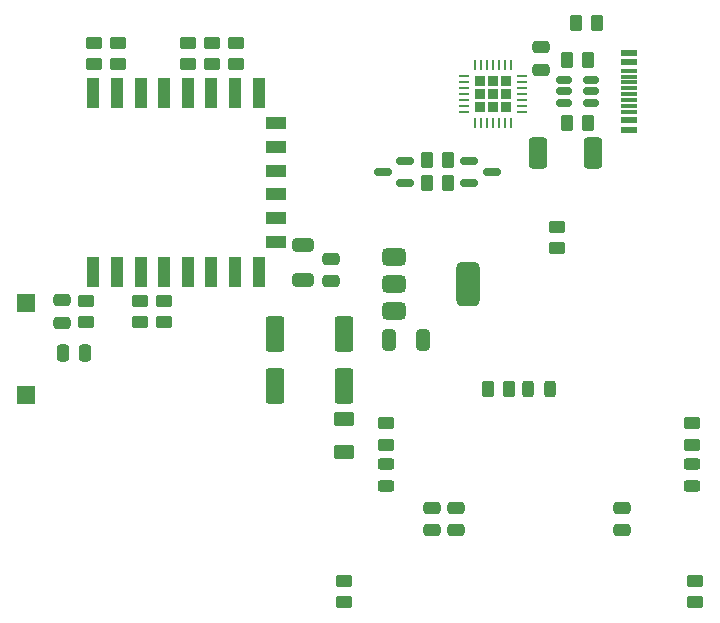
<source format=gtp>
G04 #@! TF.GenerationSoftware,KiCad,Pcbnew,8.0.7*
G04 #@! TF.CreationDate,2025-01-28T00:38:19+01:00*
G04 #@! TF.ProjectId,CustomTemperatureController,43757374-6f6d-4546-956d-706572617475,rev?*
G04 #@! TF.SameCoordinates,Original*
G04 #@! TF.FileFunction,Paste,Top*
G04 #@! TF.FilePolarity,Positive*
%FSLAX46Y46*%
G04 Gerber Fmt 4.6, Leading zero omitted, Abs format (unit mm)*
G04 Created by KiCad (PCBNEW 8.0.7) date 2025-01-28 00:38:19*
%MOMM*%
%LPD*%
G01*
G04 APERTURE LIST*
G04 Aperture macros list*
%AMRoundRect*
0 Rectangle with rounded corners*
0 $1 Rounding radius*
0 $2 $3 $4 $5 $6 $7 $8 $9 X,Y pos of 4 corners*
0 Add a 4 corners polygon primitive as box body*
4,1,4,$2,$3,$4,$5,$6,$7,$8,$9,$2,$3,0*
0 Add four circle primitives for the rounded corners*
1,1,$1+$1,$2,$3*
1,1,$1+$1,$4,$5*
1,1,$1+$1,$6,$7*
1,1,$1+$1,$8,$9*
0 Add four rect primitives between the rounded corners*
20,1,$1+$1,$2,$3,$4,$5,0*
20,1,$1+$1,$4,$5,$6,$7,0*
20,1,$1+$1,$6,$7,$8,$9,0*
20,1,$1+$1,$8,$9,$2,$3,0*%
G04 Aperture macros list end*
%ADD10RoundRect,0.250000X0.550000X-1.250000X0.550000X1.250000X-0.550000X1.250000X-0.550000X-1.250000X0*%
%ADD11RoundRect,0.250000X0.262500X0.450000X-0.262500X0.450000X-0.262500X-0.450000X0.262500X-0.450000X0*%
%ADD12RoundRect,0.250000X0.450000X-0.262500X0.450000X0.262500X-0.450000X0.262500X-0.450000X-0.262500X0*%
%ADD13RoundRect,0.250000X0.475000X-0.250000X0.475000X0.250000X-0.475000X0.250000X-0.475000X-0.250000X0*%
%ADD14RoundRect,0.150000X-0.587500X-0.150000X0.587500X-0.150000X0.587500X0.150000X-0.587500X0.150000X0*%
%ADD15RoundRect,0.250000X0.250000X0.475000X-0.250000X0.475000X-0.250000X-0.475000X0.250000X-0.475000X0*%
%ADD16RoundRect,0.250000X-0.262500X-0.450000X0.262500X-0.450000X0.262500X0.450000X-0.262500X0.450000X0*%
%ADD17RoundRect,0.225000X0.225000X0.225000X-0.225000X0.225000X-0.225000X-0.225000X0.225000X-0.225000X0*%
%ADD18RoundRect,0.062500X0.337500X0.062500X-0.337500X0.062500X-0.337500X-0.062500X0.337500X-0.062500X0*%
%ADD19RoundRect,0.062500X0.062500X0.337500X-0.062500X0.337500X-0.062500X-0.337500X0.062500X-0.337500X0*%
%ADD20RoundRect,0.250000X-0.475000X0.250000X-0.475000X-0.250000X0.475000X-0.250000X0.475000X0.250000X0*%
%ADD21RoundRect,0.243750X-0.243750X-0.456250X0.243750X-0.456250X0.243750X0.456250X-0.243750X0.456250X0*%
%ADD22RoundRect,0.243750X0.456250X-0.243750X0.456250X0.243750X-0.456250X0.243750X-0.456250X-0.243750X0*%
%ADD23RoundRect,0.250000X-0.325000X-0.650000X0.325000X-0.650000X0.325000X0.650000X-0.325000X0.650000X0*%
%ADD24R,1.500000X1.500000*%
%ADD25RoundRect,0.250000X-0.450000X0.262500X-0.450000X-0.262500X0.450000X-0.262500X0.450000X0.262500X0*%
%ADD26RoundRect,0.150000X-0.512500X-0.150000X0.512500X-0.150000X0.512500X0.150000X-0.512500X0.150000X0*%
%ADD27R,1.000000X2.500000*%
%ADD28R,1.800000X1.000000*%
%ADD29RoundRect,0.249999X-0.512501X-1.075001X0.512501X-1.075001X0.512501X1.075001X-0.512501X1.075001X0*%
%ADD30RoundRect,0.150000X0.587500X0.150000X-0.587500X0.150000X-0.587500X-0.150000X0.587500X-0.150000X0*%
%ADD31R,1.450000X0.600000*%
%ADD32R,1.450000X0.300000*%
%ADD33RoundRect,0.250000X0.650000X-0.325000X0.650000X0.325000X-0.650000X0.325000X-0.650000X-0.325000X0*%
%ADD34RoundRect,0.250000X0.625000X-0.375000X0.625000X0.375000X-0.625000X0.375000X-0.625000X-0.375000X0*%
%ADD35RoundRect,0.375000X-0.625000X-0.375000X0.625000X-0.375000X0.625000X0.375000X-0.625000X0.375000X0*%
%ADD36RoundRect,0.500000X-0.500000X-1.400000X0.500000X-1.400000X0.500000X1.400000X-0.500000X1.400000X0*%
G04 APERTURE END LIST*
D10*
X103124000Y-93767000D03*
X103124000Y-89367000D03*
D11*
X129645300Y-66110500D03*
X127820300Y-66110500D03*
D12*
X127000000Y-82066500D03*
X127000000Y-80241500D03*
D13*
X132496000Y-105974000D03*
X132496000Y-104074000D03*
D12*
X112544000Y-98702500D03*
X112544000Y-96877500D03*
D14*
X119586600Y-74676000D03*
X119586600Y-76576000D03*
X121461600Y-75626000D03*
D15*
X87061000Y-90987500D03*
X85161000Y-90987500D03*
D16*
X121133500Y-93980000D03*
X122958500Y-93980000D03*
X128587500Y-63000000D03*
X130412500Y-63000000D03*
D17*
X122703800Y-70142500D03*
X122703800Y-69022500D03*
X122703800Y-67902500D03*
X121583800Y-70142500D03*
X121583800Y-69022500D03*
X121583800Y-67902500D03*
X120463800Y-70142500D03*
X120463800Y-69022500D03*
X120463800Y-67902500D03*
D18*
X124033800Y-70522500D03*
X124033800Y-70022500D03*
X124033800Y-69522500D03*
X124033800Y-69022500D03*
X124033800Y-68522500D03*
X124033800Y-68022500D03*
X124033800Y-67522500D03*
D19*
X123083800Y-66572500D03*
X122583800Y-66572500D03*
X122083800Y-66572500D03*
X121583800Y-66572500D03*
X121083800Y-66572500D03*
X120583800Y-66572500D03*
X120083800Y-66572500D03*
D18*
X119133800Y-67522500D03*
X119133800Y-68022500D03*
X119133800Y-68522500D03*
X119133800Y-69022500D03*
X119133800Y-69522500D03*
X119133800Y-70022500D03*
X119133800Y-70522500D03*
D19*
X120083800Y-71472500D03*
X120583800Y-71472500D03*
X121083800Y-71472500D03*
X121583800Y-71472500D03*
X122083800Y-71472500D03*
X122583800Y-71472500D03*
X123083800Y-71472500D03*
D20*
X116432000Y-104074000D03*
X116432000Y-105974000D03*
D21*
X124538500Y-93980000D03*
X126413500Y-93980000D03*
D12*
X138430000Y-98702500D03*
X138430000Y-96877500D03*
X138684000Y-112037500D03*
X138684000Y-110212500D03*
D22*
X112544000Y-102211500D03*
X112544000Y-100336500D03*
D23*
X112748400Y-89865200D03*
X115698400Y-89865200D03*
D20*
X85095000Y-86481500D03*
X85095000Y-88381500D03*
D12*
X108966000Y-112037500D03*
X108966000Y-110212500D03*
D22*
X138430000Y-102211500D03*
X138430000Y-100336500D03*
D24*
X82047000Y-86706500D03*
X82047000Y-94506500D03*
D25*
X93731000Y-86519000D03*
X93731000Y-88344000D03*
D13*
X107833000Y-84863000D03*
X107833000Y-82963000D03*
D25*
X91699000Y-86519000D03*
X91699000Y-88344000D03*
D12*
X97795000Y-66500000D03*
X97795000Y-64675000D03*
D10*
X108966000Y-89367000D03*
X108966000Y-93767000D03*
D26*
X127595300Y-67842500D03*
X127595300Y-68792500D03*
X127595300Y-69742500D03*
X129870300Y-69742500D03*
X129870300Y-68792500D03*
X129870300Y-67842500D03*
D16*
X115964800Y-74609800D03*
X117789800Y-74609800D03*
D12*
X99827000Y-66500000D03*
X99827000Y-64675000D03*
D20*
X118464000Y-104074000D03*
X118464000Y-105974000D03*
D11*
X129645300Y-71459500D03*
X127820300Y-71459500D03*
X117789800Y-76591000D03*
X115964800Y-76591000D03*
D27*
X87749000Y-84109500D03*
X89749000Y-84109500D03*
X91749000Y-84109500D03*
X93749000Y-84109500D03*
X95749000Y-84109500D03*
X97749000Y-84109500D03*
X99749000Y-84109500D03*
X101749000Y-84109500D03*
D28*
X103249000Y-81509500D03*
X103249000Y-79509500D03*
X103249000Y-77509500D03*
X103249000Y-75509500D03*
X103249000Y-73509500D03*
X103249000Y-71509500D03*
D27*
X101749000Y-68909500D03*
X99749000Y-68909500D03*
X97749000Y-68909500D03*
X95749000Y-68909500D03*
X93749000Y-68909500D03*
X91749000Y-68909500D03*
X89749000Y-68909500D03*
X87749000Y-68909500D03*
D29*
X125379300Y-74039500D03*
X130054300Y-74039500D03*
D30*
X114174100Y-76576000D03*
X114174100Y-74676000D03*
X112299100Y-75626000D03*
D25*
X87762000Y-64675000D03*
X87762000Y-66500000D03*
D31*
X133136800Y-72042500D03*
X133136800Y-71242500D03*
D32*
X133136800Y-70042500D03*
X133136800Y-69042500D03*
X133136800Y-68542500D03*
X133136800Y-67542500D03*
D31*
X133136800Y-66342500D03*
X133136800Y-65542500D03*
X133136800Y-65542500D03*
X133136800Y-66342500D03*
D32*
X133136800Y-67042500D03*
X133136800Y-68042500D03*
X133136800Y-69542500D03*
X133136800Y-70542500D03*
D31*
X133136800Y-71242500D03*
X133136800Y-72042500D03*
D33*
X105537000Y-84787000D03*
X105537000Y-81837000D03*
D34*
X108966000Y-99317000D03*
X108966000Y-96517000D03*
D25*
X89794000Y-64675000D03*
X89794000Y-66500000D03*
X87127000Y-86519000D03*
X87127000Y-88344000D03*
D35*
X113182000Y-82790000D03*
X113182000Y-85090000D03*
D36*
X119482000Y-85090000D03*
D35*
X113182000Y-87390000D03*
D12*
X95763000Y-66500000D03*
X95763000Y-64675000D03*
D13*
X125684800Y-66948500D03*
X125684800Y-65048500D03*
M02*

</source>
